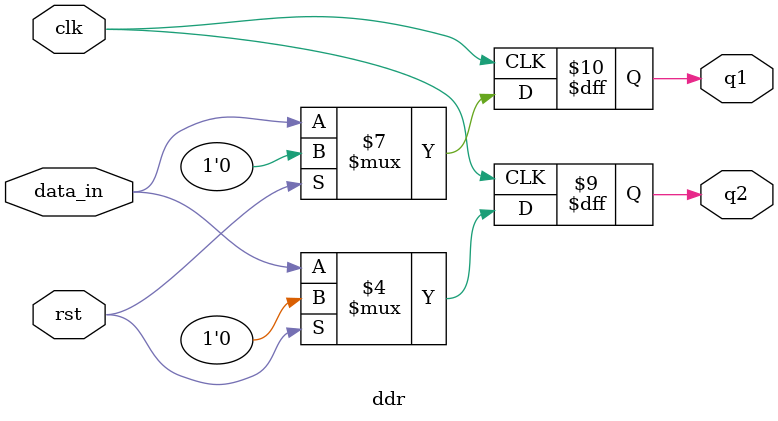
<source format=v>
module ddr (
    input clk, rst,
    input  data_in,
    output reg  q1, q2
    
);

//wire i1, i2;

// Flip-flop controlled by the positive edge of clk
always @(posedge clk) begin
    if (rst)
        q1 <= 1'b0;
    else
        q1 <= data_in; 
end

// Flip-flop controlled by the negative edge of clk
always @(negedge clk) begin
    if (rst)
        q2 <= 1'b0;
    else
        q2 <= data_in; 
end

// Internal signals for q1 and q2
//assign i1 = q1;
//assign i2 = q2;

// qout logic
//assign qout = (q1 & ~clk) | (q2 & clk);

endmodule

module ddrm( i1,i2,clk,qout);
input i1,i2,clk;
output qout;

ddr m(qout,q1,q2,clk);
endmodule

</source>
